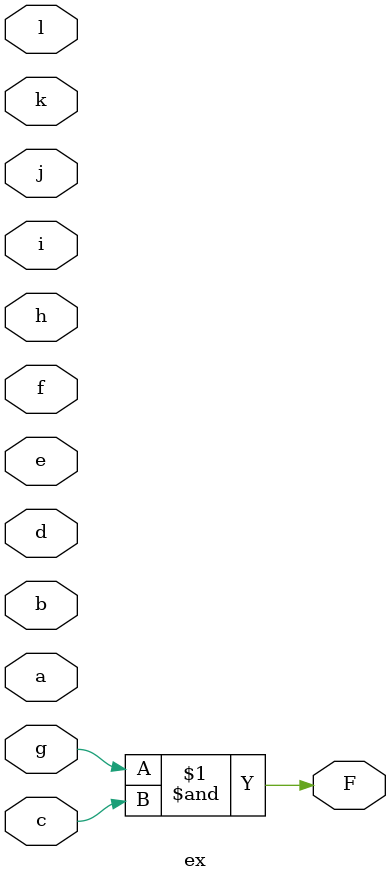
<source format=v>

module ex ( 
    a, b, c, d, e, f, g, h, i, j, k, l,
    F  );
  input  a, b, c, d, e, f, g, h, i, j, k, l;
  output F;
  assign F = g & c;
endmodule



</source>
